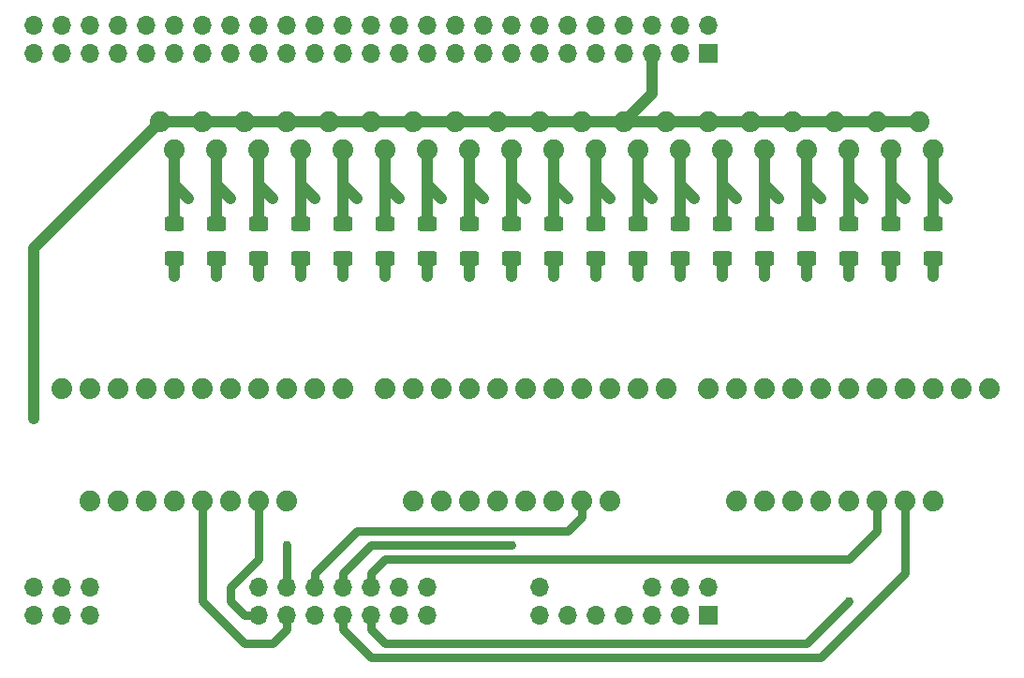
<source format=gbr>
%TF.GenerationSoftware,KiCad,Pcbnew,7.0.9*%
%TF.CreationDate,2024-01-15T11:44:11+01:00*%
%TF.ProjectId,pltka_inz,706c746b-615f-4696-9e7a-2e6b69636164,rev?*%
%TF.SameCoordinates,Original*%
%TF.FileFunction,Copper,L1,Top*%
%TF.FilePolarity,Positive*%
%FSLAX46Y46*%
G04 Gerber Fmt 4.6, Leading zero omitted, Abs format (unit mm)*
G04 Created by KiCad (PCBNEW 7.0.9) date 2024-01-15 11:44:11*
%MOMM*%
%LPD*%
G01*
G04 APERTURE LIST*
G04 Aperture macros list*
%AMRoundRect*
0 Rectangle with rounded corners*
0 $1 Rounding radius*
0 $2 $3 $4 $5 $6 $7 $8 $9 X,Y pos of 4 corners*
0 Add a 4 corners polygon primitive as box body*
4,1,4,$2,$3,$4,$5,$6,$7,$8,$9,$2,$3,0*
0 Add four circle primitives for the rounded corners*
1,1,$1+$1,$2,$3*
1,1,$1+$1,$4,$5*
1,1,$1+$1,$6,$7*
1,1,$1+$1,$8,$9*
0 Add four rect primitives between the rounded corners*
20,1,$1+$1,$2,$3,$4,$5,0*
20,1,$1+$1,$4,$5,$6,$7,0*
20,1,$1+$1,$6,$7,$8,$9,0*
20,1,$1+$1,$8,$9,$2,$3,0*%
G04 Aperture macros list end*
%TA.AperFunction,SMDPad,CuDef*%
%ADD10RoundRect,0.250000X-0.625000X0.400000X-0.625000X-0.400000X0.625000X-0.400000X0.625000X0.400000X0*%
%TD*%
%TA.AperFunction,ComponentPad*%
%ADD11C,1.879600*%
%TD*%
%TA.AperFunction,ComponentPad*%
%ADD12R,1.700000X1.700000*%
%TD*%
%TA.AperFunction,ComponentPad*%
%ADD13O,1.700000X1.700000*%
%TD*%
%TA.AperFunction,ViaPad*%
%ADD14C,0.750000*%
%TD*%
%TA.AperFunction,Conductor*%
%ADD15C,1.000000*%
%TD*%
%TA.AperFunction,Conductor*%
%ADD16C,0.800000*%
%TD*%
G04 APERTURE END LIST*
D10*
%TO.P,R1,1*%
%TO.N,11*%
X106680000Y-83996250D03*
%TO.P,R1,2*%
%TO.N,GND*%
X106680000Y-87096250D03*
%TD*%
D11*
%TO.P,M2,1,VEE*%
%TO.N,unconnected-(M2-VEE-Pad1)*%
X125730000Y-98881250D03*
%TO.P,M2,2,VCC*%
%TO.N,unconnected-(M2-VCC-Pad2)*%
X128270000Y-98881250D03*
%TO.P,M2,3,GND*%
%TO.N,unconnected-(M2-GND-Pad3)*%
X130810000Y-98881250D03*
%TO.P,M2,4,Y0*%
%TO.N,unconnected-(M2-Y0-Pad4)*%
X133350000Y-98881250D03*
%TO.P,M2,5,Y1*%
%TO.N,21*%
X135890000Y-98881250D03*
%TO.P,M2,6,Y2*%
%TO.N,22*%
X138430000Y-98881250D03*
%TO.P,M2,7,Y3*%
%TO.N,23*%
X140970000Y-98881250D03*
%TO.P,M2,8,Y4*%
%TO.N,31*%
X143510000Y-98881250D03*
%TO.P,M2,9,Y5*%
%TO.N,32*%
X146050000Y-98881250D03*
%TO.P,M2,10,Y6*%
%TO.N,33*%
X148590000Y-98881250D03*
%TO.P,M2,11,Y7*%
%TO.N,unconnected-(M2-Y7-Pad11)*%
X151130000Y-98881250D03*
%TO.P,M2,12,VEE*%
%TO.N,unconnected-(M2-VEE-Pad12)*%
X128270000Y-109041250D03*
%TO.P,M2,13,VCC*%
%TO.N,VCC*%
X130810000Y-109041250D03*
%TO.P,M2,14,GND*%
%TO.N,GND*%
X133350000Y-109041250D03*
%TO.P,M2,15,Z*%
%TO.N,PB1*%
X135890000Y-109041250D03*
%TO.P,M2,16,S0*%
%TO.N,PE10*%
X138430000Y-109041250D03*
%TO.P,M2,17,S1*%
%TO.N,PE11*%
X140970000Y-109041250D03*
%TO.P,M2,18,S2*%
%TO.N,PE12*%
X143510000Y-109041250D03*
%TO.P,M2,19,E*%
%TO.N,unconnected-(M2-E-Pad19)*%
X146050000Y-109041250D03*
%TD*%
D10*
%TO.P,R16,1*%
%TO.N,43*%
X163830000Y-83996250D03*
%TO.P,R16,2*%
%TO.N,GND*%
X163830000Y-87096250D03*
%TD*%
%TO.P,R15,1*%
%TO.N,42*%
X160020000Y-83996250D03*
%TO.P,R15,2*%
%TO.N,GND*%
X160020000Y-87096250D03*
%TD*%
%TO.P,R13,1*%
%TO.N,33*%
X152400000Y-83996250D03*
%TO.P,R13,2*%
%TO.N,GND*%
X152400000Y-87096250D03*
%TD*%
%TO.P,R18,1*%
%TO.N,52*%
X171450000Y-83996250D03*
%TO.P,R18,2*%
%TO.N,GND*%
X171450000Y-87096250D03*
%TD*%
D11*
%TO.P,M1,1,VEE*%
%TO.N,unconnected-(M1-VEE-Pad1)*%
X154940000Y-98881250D03*
%TO.P,M1,2,VCC*%
%TO.N,unconnected-(M1-VCC-Pad2)*%
X157480000Y-98881250D03*
%TO.P,M1,3,GND*%
%TO.N,unconnected-(M1-GND-Pad3)*%
X160020000Y-98881250D03*
%TO.P,M1,4,Y0*%
%TO.N,unconnected-(M1-Y0-Pad4)*%
X162560000Y-98881250D03*
%TO.P,M1,5,Y1*%
%TO.N,41*%
X165100000Y-98881250D03*
%TO.P,M1,6,Y2*%
%TO.N,42*%
X167640000Y-98881250D03*
%TO.P,M1,7,Y3*%
%TO.N,43*%
X170180000Y-98881250D03*
%TO.P,M1,8,Y4*%
%TO.N,51*%
X172720000Y-98881250D03*
%TO.P,M1,9,Y5*%
%TO.N,52*%
X175260000Y-98881250D03*
%TO.P,M1,10,Y6*%
%TO.N,53*%
X177800000Y-98881250D03*
%TO.P,M1,11,Y7*%
%TO.N,unconnected-(M1-Y7-Pad11)*%
X180340000Y-98881250D03*
%TO.P,M1,12,VEE*%
%TO.N,unconnected-(M1-VEE-Pad12)*%
X157480000Y-109041250D03*
%TO.P,M1,13,VCC*%
%TO.N,VCC*%
X160020000Y-109041250D03*
%TO.P,M1,14,GND*%
%TO.N,GND*%
X162560000Y-109041250D03*
%TO.P,M1,15,Z*%
%TO.N,PC1*%
X165100000Y-109041250D03*
%TO.P,M1,16,S0*%
%TO.N,PE7*%
X167640000Y-109041250D03*
%TO.P,M1,17,S1*%
%TO.N,PE8*%
X170180000Y-109041250D03*
%TO.P,M1,18,S2*%
%TO.N,PE9*%
X172720000Y-109041250D03*
%TO.P,M1,19,E*%
%TO.N,unconnected-(M1-E-Pad19)*%
X175260000Y-109041250D03*
%TD*%
D10*
%TO.P,R5,1*%
%TO.N,15*%
X121920000Y-83996250D03*
%TO.P,R5,2*%
%TO.N,GND*%
X121920000Y-87096250D03*
%TD*%
%TO.P,R10,1*%
%TO.N,23*%
X140970000Y-83996250D03*
%TO.P,R10,2*%
%TO.N,GND*%
X140970000Y-87096250D03*
%TD*%
%TO.P,R4,1*%
%TO.N,14*%
X118110000Y-83996250D03*
%TO.P,R4,2*%
%TO.N,GND*%
X118110000Y-87096250D03*
%TD*%
%TO.P,R6,1*%
%TO.N,16*%
X125730000Y-83996250D03*
%TO.P,R6,2*%
%TO.N,GND*%
X125730000Y-87096250D03*
%TD*%
%TO.P,R17,1*%
%TO.N,51*%
X167640000Y-83996250D03*
%TO.P,R17,2*%
%TO.N,GND*%
X167640000Y-87096250D03*
%TD*%
%TO.P,R7,1*%
%TO.N,17*%
X129540000Y-83996250D03*
%TO.P,R7,2*%
%TO.N,GND*%
X129540000Y-87096250D03*
%TD*%
%TO.P,R19,1*%
%TO.N,53*%
X175260000Y-83996250D03*
%TO.P,R19,2*%
%TO.N,GND*%
X175260000Y-87096250D03*
%TD*%
%TO.P,R11,1*%
%TO.N,31*%
X144780000Y-83996250D03*
%TO.P,R11,2*%
%TO.N,GND*%
X144780000Y-87096250D03*
%TD*%
D11*
%TO.P,J1,1,Pin_1*%
%TO.N,VCC*%
X105410000Y-74751250D03*
%TO.P,J1,2,Pin_2*%
X109220000Y-74751250D03*
%TO.P,J1,3,Pin_3*%
X113030000Y-74751250D03*
%TO.P,J1,4,Pin_4*%
X116840000Y-74751250D03*
%TO.P,J1,5,Pin_5*%
X120650000Y-74751250D03*
%TO.P,J1,6,Pin_6*%
X124460000Y-74751250D03*
%TO.P,J1,7,Pin_7*%
X128270000Y-74751250D03*
%TO.P,J1,8,Pin_8*%
X132080000Y-74751250D03*
%TO.P,J1,9,Pin_9*%
X135890000Y-74751250D03*
%TO.P,J1,10,Pin_10*%
X139700000Y-74751250D03*
%TO.P,J1,11,Pin_11*%
X143510000Y-74751250D03*
%TO.P,J1,12,Pin_12*%
X147320000Y-74751250D03*
%TO.P,J1,13,Pin_13*%
X151130000Y-74751250D03*
%TO.P,J1,14,Pin_14*%
X154940000Y-74751250D03*
%TO.P,J1,15,Pin_15*%
X158750000Y-74751250D03*
%TO.P,J1,16,Pin_16*%
X162560000Y-74751250D03*
%TO.P,J1,17,Pin_17*%
X166370000Y-74751250D03*
%TO.P,J1,18,Pin_18*%
X170180000Y-74751250D03*
%TO.P,J1,19,Pin_19*%
X173990000Y-74751250D03*
%TD*%
D12*
%TO.P,J4,1,Pin_1*%
%TO.N,unconnected-(J4-Pin_1-Pad1)*%
X154940000Y-119380000D03*
D13*
%TO.P,J4,2,Pin_2*%
%TO.N,GND*%
X154940000Y-116840000D03*
%TO.P,J4,3,Pin_3*%
%TO.N,unconnected-(J4-Pin_3-Pad3)*%
X152400000Y-119380000D03*
%TO.P,J4,4,Pin_4*%
%TO.N,unconnected-(J4-Pin_4-Pad4)*%
X152400000Y-116840000D03*
%TO.P,J4,5,Pin_5*%
%TO.N,unconnected-(J4-Pin_5-Pad5)*%
X149860000Y-119380000D03*
%TO.P,J4,6,Pin_6*%
%TO.N,unconnected-(J4-Pin_6-Pad6)*%
X149860000Y-116840000D03*
%TO.P,J4,7,Pin_7*%
%TO.N,PC1*%
X147320000Y-119380000D03*
%TO.P,J4,9,Pin_9*%
%TO.N,unconnected-(J4-Pin_9-Pad9)*%
X144780000Y-119380000D03*
%TO.P,J4,11,Pin_11*%
%TO.N,unconnected-(J4-Pin_11-Pad11)*%
X142240000Y-119380000D03*
%TO.P,J4,13,Pin_13*%
%TO.N,unconnected-(J4-Pin_13-Pad13)*%
X139700000Y-119380000D03*
%TO.P,J4,14,Pin_14*%
%TO.N,unconnected-(J4-Pin_14-Pad14)*%
X139700000Y-116840000D03*
%TO.P,J4,21,Pin_21*%
%TO.N,PB1*%
X129540000Y-119380000D03*
%TO.P,J4,22,Pin_22*%
%TO.N,PB0*%
X129540000Y-116840000D03*
%TO.P,J4,23,Pin_23*%
%TO.N,unconnected-(J4-Pin_23-Pad23)*%
X127000000Y-119380000D03*
%TO.P,J4,24,Pin_24*%
%TO.N,unconnected-(J4-Pin_24-Pad24)*%
X127000000Y-116840000D03*
%TO.P,J4,25,Pin_25*%
%TO.N,PE7*%
X124460000Y-119380000D03*
%TO.P,J4,26,Pin_26*%
%TO.N,PE8*%
X124460000Y-116840000D03*
%TO.P,J4,27,Pin_27*%
%TO.N,PE9*%
X121920000Y-119380000D03*
%TO.P,J4,28,Pin_28*%
%TO.N,PE10*%
X121920000Y-116840000D03*
%TO.P,J4,29,Pin_29*%
%TO.N,PE11*%
X119380000Y-119380000D03*
%TO.P,J4,30,Pin_30*%
%TO.N,PE12*%
X119380000Y-116840000D03*
%TO.P,J4,31,Pin_31*%
%TO.N,PE13*%
X116840000Y-119380000D03*
%TO.P,J4,32,Pin_32*%
%TO.N,PE14*%
X116840000Y-116840000D03*
%TO.P,J4,33,Pin_33*%
%TO.N,PE15*%
X114300000Y-119380000D03*
%TO.P,J4,34,Pin_34*%
%TO.N,unconnected-(J4-Pin_34-Pad34)*%
X114300000Y-116840000D03*
%TO.P,J4,45,Pin_45*%
%TO.N,unconnected-(J4-Pin_45-Pad45)*%
X99060000Y-119380000D03*
%TO.P,J4,46,Pin_46*%
%TO.N,unconnected-(J4-Pin_46-Pad46)*%
X99060000Y-116840000D03*
%TO.P,J4,47,Pin_47*%
%TO.N,unconnected-(J4-Pin_47-Pad47)*%
X96520000Y-119380000D03*
%TO.P,J4,48,Pin_48*%
%TO.N,unconnected-(J4-Pin_48-Pad48)*%
X96520000Y-116840000D03*
%TO.P,J4,49,Pin_49*%
%TO.N,unconnected-(J4-Pin_49-Pad49)*%
X93980000Y-119380000D03*
%TO.P,J4,50,Pin_50*%
%TO.N,unconnected-(J4-Pin_50-Pad50)*%
X93980000Y-116840000D03*
%TD*%
D10*
%TO.P,R2,1*%
%TO.N,12*%
X110490000Y-83996250D03*
%TO.P,R2,2*%
%TO.N,GND*%
X110490000Y-87096250D03*
%TD*%
%TO.P,R8,1*%
%TO.N,21*%
X133350000Y-83996250D03*
%TO.P,R8,2*%
%TO.N,GND*%
X133350000Y-87096250D03*
%TD*%
%TO.P,R14,1*%
%TO.N,41*%
X156210000Y-83996250D03*
%TO.P,R14,2*%
%TO.N,GND*%
X156210000Y-87096250D03*
%TD*%
D11*
%TO.P,J2,1,Pin_1*%
%TO.N,11*%
X106680000Y-77291250D03*
%TO.P,J2,2,Pin_2*%
%TO.N,12*%
X110490000Y-77291250D03*
%TO.P,J2,3,Pin_3*%
%TO.N,13*%
X114300000Y-77291250D03*
%TO.P,J2,4,Pin_4*%
%TO.N,14*%
X118110000Y-77291250D03*
%TO.P,J2,5,Pin_5*%
%TO.N,15*%
X121920000Y-77291250D03*
%TO.P,J2,6,Pin_6*%
%TO.N,16*%
X125730000Y-77291250D03*
%TO.P,J2,7,Pin_7*%
%TO.N,17*%
X129540000Y-77291250D03*
%TO.P,J2,8,Pin_8*%
%TO.N,21*%
X133350000Y-77291250D03*
%TO.P,J2,9,Pin_9*%
%TO.N,22*%
X137160000Y-77291250D03*
%TO.P,J2,10,Pin_10*%
%TO.N,23*%
X140970000Y-77291250D03*
%TO.P,J2,11,Pin_11*%
%TO.N,31*%
X144780000Y-77291250D03*
%TO.P,J2,12,Pin_12*%
%TO.N,32*%
X148590000Y-77291250D03*
%TO.P,J2,13,Pin_13*%
%TO.N,33*%
X152400000Y-77291250D03*
%TO.P,J2,14,Pin_14*%
%TO.N,41*%
X156210000Y-77291250D03*
%TO.P,J2,15,Pin_15*%
%TO.N,42*%
X160020000Y-77291250D03*
%TO.P,J2,16,Pin_16*%
%TO.N,43*%
X163830000Y-77291250D03*
%TO.P,J2,17,Pin_17*%
%TO.N,51*%
X167640000Y-77291250D03*
%TO.P,J2,18,Pin_18*%
%TO.N,52*%
X171450000Y-77291250D03*
%TO.P,J2,19,Pin_19*%
%TO.N,53*%
X175260000Y-77291250D03*
%TD*%
D10*
%TO.P,R12,1*%
%TO.N,32*%
X148590000Y-83996250D03*
%TO.P,R12,2*%
%TO.N,GND*%
X148590000Y-87096250D03*
%TD*%
D12*
%TO.P,J3,1,Pin_1*%
%TO.N,GND*%
X154940000Y-68580000D03*
D13*
%TO.P,J3,2,Pin_2*%
X154940000Y-66040000D03*
%TO.P,J3,3,Pin_3*%
%TO.N,unconnected-(J3-Pin_3-Pad3)*%
X152400000Y-68580000D03*
%TO.P,J3,4,Pin_4*%
%TO.N,unconnected-(J3-Pin_4-Pad4)*%
X152400000Y-66040000D03*
%TO.P,J3,5,Pin_5*%
%TO.N,VCC*%
X149860000Y-68580000D03*
%TO.P,J3,6,Pin_6*%
%TO.N,unconnected-(J3-Pin_6-Pad6)*%
X149860000Y-66040000D03*
%TO.P,J3,7,Pin_7*%
%TO.N,unconnected-(J3-Pin_7-Pad7)*%
X147320000Y-68580000D03*
%TO.P,J3,8,Pin_8*%
%TO.N,unconnected-(J3-Pin_8-Pad8)*%
X147320000Y-66040000D03*
%TO.P,J3,9,Pin_9*%
%TO.N,unconnected-(J3-Pin_9-Pad9)*%
X144780000Y-68580000D03*
%TO.P,J3,10,Pin_10*%
%TO.N,unconnected-(J3-Pin_10-Pad10)*%
X144780000Y-66040000D03*
%TO.P,J3,11,Pin_11*%
%TO.N,unconnected-(J3-Pin_11-Pad11)*%
X142240000Y-68580000D03*
%TO.P,J3,12,Pin_12*%
%TO.N,unconnected-(J3-Pin_12-Pad12)*%
X142240000Y-66040000D03*
%TO.P,J3,13,Pin_13*%
%TO.N,unconnected-(J3-Pin_13-Pad13)*%
X139700000Y-68580000D03*
%TO.P,J3,14,Pin_14*%
%TO.N,unconnected-(J3-Pin_14-Pad14)*%
X139700000Y-66040000D03*
%TO.P,J3,15,Pin_15*%
%TO.N,unconnected-(J3-Pin_15-Pad15)*%
X137160000Y-68580000D03*
%TO.P,J3,16,Pin_16*%
%TO.N,unconnected-(J3-Pin_16-Pad16)*%
X137160000Y-66040000D03*
%TO.P,J3,17,Pin_17*%
%TO.N,unconnected-(J3-Pin_17-Pad17)*%
X134620000Y-68580000D03*
%TO.P,J3,18,Pin_18*%
%TO.N,unconnected-(J3-Pin_18-Pad18)*%
X134620000Y-66040000D03*
%TO.P,J3,19,Pin_19*%
%TO.N,unconnected-(J3-Pin_19-Pad19)*%
X132080000Y-68580000D03*
%TO.P,J3,20,Pin_20*%
%TO.N,unconnected-(J3-Pin_20-Pad20)*%
X132080000Y-66040000D03*
%TO.P,J3,21,Pin_21*%
%TO.N,unconnected-(J3-Pin_21-Pad21)*%
X129540000Y-68580000D03*
%TO.P,J3,22,Pin_22*%
%TO.N,unconnected-(J3-Pin_22-Pad22)*%
X129540000Y-66040000D03*
%TO.P,J3,23,Pin_23*%
%TO.N,unconnected-(J3-Pin_23-Pad23)*%
X127000000Y-68580000D03*
%TO.P,J3,24,Pin_24*%
%TO.N,unconnected-(J3-Pin_24-Pad24)*%
X127000000Y-66040000D03*
%TO.P,J3,25,Pin_25*%
%TO.N,unconnected-(J3-Pin_25-Pad25)*%
X124460000Y-68580000D03*
%TO.P,J3,26,Pin_26*%
%TO.N,unconnected-(J3-Pin_26-Pad26)*%
X124460000Y-66040000D03*
%TO.P,J3,27,Pin_27*%
%TO.N,unconnected-(J3-Pin_27-Pad27)*%
X121920000Y-68580000D03*
%TO.P,J3,28,Pin_28*%
%TO.N,unconnected-(J3-Pin_28-Pad28)*%
X121920000Y-66040000D03*
%TO.P,J3,29,Pin_29*%
%TO.N,unconnected-(J3-Pin_29-Pad29)*%
X119380000Y-68580000D03*
%TO.P,J3,30,Pin_30*%
%TO.N,unconnected-(J3-Pin_30-Pad30)*%
X119380000Y-66040000D03*
%TO.P,J3,31,Pin_31*%
%TO.N,unconnected-(J3-Pin_31-Pad31)*%
X116840000Y-68580000D03*
%TO.P,J3,32,Pin_32*%
%TO.N,unconnected-(J3-Pin_32-Pad32)*%
X116840000Y-66040000D03*
%TO.P,J3,33,Pin_33*%
%TO.N,unconnected-(J3-Pin_33-Pad33)*%
X114300000Y-68580000D03*
%TO.P,J3,34,Pin_34*%
%TO.N,unconnected-(J3-Pin_34-Pad34)*%
X114300000Y-66040000D03*
%TO.P,J3,35,Pin_35*%
%TO.N,unconnected-(J3-Pin_35-Pad35)*%
X111760000Y-68580000D03*
%TO.P,J3,36,Pin_36*%
%TO.N,unconnected-(J3-Pin_36-Pad36)*%
X111760000Y-66040000D03*
%TO.P,J3,37,Pin_37*%
%TO.N,unconnected-(J3-Pin_37-Pad37)*%
X109220000Y-68580000D03*
%TO.P,J3,38,Pin_38*%
%TO.N,unconnected-(J3-Pin_38-Pad38)*%
X109220000Y-66040000D03*
%TO.P,J3,39,Pin_39*%
%TO.N,unconnected-(J3-Pin_39-Pad39)*%
X106680000Y-68580000D03*
%TO.P,J3,40,Pin_40*%
%TO.N,unconnected-(J3-Pin_40-Pad40)*%
X106680000Y-66040000D03*
%TO.P,J3,41,Pin_41*%
%TO.N,unconnected-(J3-Pin_41-Pad41)*%
X104140000Y-68580000D03*
%TO.P,J3,42,Pin_42*%
%TO.N,unconnected-(J3-Pin_42-Pad42)*%
X104140000Y-66040000D03*
%TO.P,J3,43,Pin_43*%
%TO.N,unconnected-(J3-Pin_43-Pad43)*%
X101600000Y-68580000D03*
%TO.P,J3,44,Pin_44*%
%TO.N,unconnected-(J3-Pin_44-Pad44)*%
X101600000Y-66040000D03*
%TO.P,J3,45,Pin_45*%
%TO.N,unconnected-(J3-Pin_45-Pad45)*%
X99060000Y-68580000D03*
%TO.P,J3,46,Pin_46*%
%TO.N,unconnected-(J3-Pin_46-Pad46)*%
X99060000Y-66040000D03*
%TO.P,J3,47,Pin_47*%
%TO.N,unconnected-(J3-Pin_47-Pad47)*%
X96520000Y-68580000D03*
%TO.P,J3,48,Pin_48*%
%TO.N,unconnected-(J3-Pin_48-Pad48)*%
X96520000Y-66040000D03*
%TO.P,J3,49,Pin_49*%
%TO.N,unconnected-(J3-Pin_49-Pad49)*%
X93980000Y-68580000D03*
%TO.P,J3,50,Pin_50*%
%TO.N,unconnected-(J3-Pin_50-Pad50)*%
X93980000Y-66040000D03*
%TD*%
D11*
%TO.P,M3,1,VEE*%
%TO.N,unconnected-(M3-VEE-Pad1)*%
X96520000Y-98881250D03*
%TO.P,M3,2,VCC*%
%TO.N,unconnected-(M3-VCC-Pad2)*%
X99060000Y-98881250D03*
%TO.P,M3,3,GND*%
%TO.N,unconnected-(M3-GND-Pad3)*%
X101600000Y-98881250D03*
%TO.P,M3,4,Y0*%
%TO.N,unconnected-(M3-Y0-Pad4)*%
X104140000Y-98881250D03*
%TO.P,M3,5,Y1*%
%TO.N,11*%
X106680000Y-98881250D03*
%TO.P,M3,6,Y2*%
%TO.N,12*%
X109220000Y-98881250D03*
%TO.P,M3,7,Y3*%
%TO.N,13*%
X111760000Y-98881250D03*
%TO.P,M3,8,Y4*%
%TO.N,14*%
X114300000Y-98881250D03*
%TO.P,M3,9,Y5*%
%TO.N,15*%
X116840000Y-98881250D03*
%TO.P,M3,10,Y6*%
%TO.N,16*%
X119380000Y-98881250D03*
%TO.P,M3,11,Y7*%
%TO.N,17*%
X121920000Y-98881250D03*
%TO.P,M3,12,VEE*%
%TO.N,unconnected-(M3-VEE-Pad12)*%
X99060000Y-109041250D03*
%TO.P,M3,13,VCC*%
%TO.N,VCC*%
X101600000Y-109041250D03*
%TO.P,M3,14,GND*%
%TO.N,GND*%
X104140000Y-109041250D03*
%TO.P,M3,15,Z*%
%TO.N,PB0*%
X106680000Y-109041250D03*
%TO.P,M3,16,S0*%
%TO.N,PE13*%
X109220000Y-109041250D03*
%TO.P,M3,17,S1*%
%TO.N,PE14*%
X111760000Y-109041250D03*
%TO.P,M3,18,S2*%
%TO.N,PE15*%
X114300000Y-109041250D03*
%TO.P,M3,19,E*%
%TO.N,unconnected-(M3-E-Pad19)*%
X116840000Y-109041250D03*
%TD*%
D10*
%TO.P,R9,1*%
%TO.N,22*%
X137160000Y-83996250D03*
%TO.P,R9,2*%
%TO.N,GND*%
X137160000Y-87096250D03*
%TD*%
%TO.P,R3,1*%
%TO.N,13*%
X114300000Y-83996250D03*
%TO.P,R3,2*%
%TO.N,GND*%
X114300000Y-87096250D03*
%TD*%
D14*
%TO.N,VCC*%
X93980000Y-101600000D03*
%TO.N,GND*%
X129540000Y-88721250D03*
X160020000Y-88721250D03*
X163830000Y-88721250D03*
X156210000Y-88721250D03*
X133350000Y-88721250D03*
X175260000Y-88721250D03*
X114300000Y-88721250D03*
X121920000Y-88721250D03*
X167640000Y-88721250D03*
X144780000Y-88721250D03*
X140970000Y-88721250D03*
X125730000Y-88721250D03*
X148590000Y-88721250D03*
X137160000Y-88721250D03*
X171450000Y-88721250D03*
X118110000Y-88721250D03*
X152400000Y-88721250D03*
X110490000Y-88721250D03*
X106680000Y-88721250D03*
%TO.N,11*%
X107950000Y-81736250D03*
%TO.N,12*%
X111760000Y-81736250D03*
%TO.N,13*%
X115570000Y-81736250D03*
%TO.N,14*%
X119380000Y-81736250D03*
%TO.N,15*%
X123190000Y-81736250D03*
%TO.N,16*%
X127000000Y-81736250D03*
%TO.N,17*%
X130810000Y-81736250D03*
%TO.N,21*%
X134620000Y-81736250D03*
%TO.N,22*%
X138430000Y-81736250D03*
%TO.N,23*%
X142240000Y-81736250D03*
%TO.N,31*%
X146050000Y-81736250D03*
%TO.N,32*%
X149860000Y-81736250D03*
%TO.N,33*%
X153670000Y-81736250D03*
%TO.N,41*%
X157480000Y-81736250D03*
%TO.N,42*%
X161290000Y-81736250D03*
%TO.N,43*%
X165100000Y-81736250D03*
%TO.N,51*%
X168910000Y-81736250D03*
%TO.N,52*%
X172720000Y-81736250D03*
%TO.N,53*%
X176530000Y-81736250D03*
%TO.N,PE7*%
X167640000Y-118110000D03*
%TO.N,PE10*%
X137160000Y-113030000D03*
%TO.N,PE14*%
X116840000Y-113030000D03*
%TD*%
D15*
%TO.N,VCC*%
X151130000Y-74751250D02*
X173990000Y-74751250D01*
X149860000Y-68580000D02*
X149860000Y-72211250D01*
X105410000Y-74751250D02*
X93980000Y-86181250D01*
X93980000Y-101600000D02*
X93980000Y-86181250D01*
X149860000Y-72211250D02*
X147320000Y-74751250D01*
X151130000Y-74751250D02*
X105410000Y-74751250D01*
%TO.N,GND*%
X163830000Y-88721250D02*
X163830000Y-87096250D01*
X133350000Y-88721250D02*
X133350000Y-87096250D01*
X137160000Y-88721250D02*
X137160000Y-87096250D01*
X167640000Y-88721250D02*
X167640000Y-87096250D01*
X148590000Y-88721250D02*
X148590000Y-87096250D01*
X125730000Y-88721250D02*
X125730000Y-87096250D01*
X152400000Y-88721250D02*
X152400000Y-87096250D01*
X114300000Y-88721250D02*
X114300000Y-87096250D01*
X140970000Y-88721250D02*
X140970000Y-87096250D01*
X175260000Y-88721250D02*
X175260000Y-87096250D01*
X106680000Y-88721250D02*
X106680000Y-87096250D01*
X121920000Y-88721250D02*
X121920000Y-87096250D01*
X171450000Y-88721250D02*
X171450000Y-87096250D01*
X129540000Y-88721250D02*
X129540000Y-87096250D01*
X118110000Y-88721250D02*
X118110000Y-87096250D01*
X156210000Y-88721250D02*
X156210000Y-87096250D01*
X110490000Y-88721250D02*
X110490000Y-87096250D01*
X144780000Y-88721250D02*
X144780000Y-87096250D01*
X160020000Y-88721250D02*
X160020000Y-87096250D01*
%TO.N,11*%
X106680000Y-80466250D02*
X107950000Y-81736250D01*
X106680000Y-80466250D02*
X106680000Y-83996250D01*
X106680000Y-77291250D02*
X106680000Y-80466250D01*
%TO.N,12*%
X110490000Y-80466250D02*
X111760000Y-81736250D01*
X110490000Y-80466250D02*
X110490000Y-83996250D01*
X110490000Y-77291250D02*
X110490000Y-80466250D01*
%TO.N,13*%
X114300000Y-77291250D02*
X114300000Y-80466250D01*
X114300000Y-80466250D02*
X115570000Y-81736250D01*
X114300000Y-80466250D02*
X114300000Y-83996250D01*
%TO.N,14*%
X118110000Y-80466250D02*
X118110000Y-83996250D01*
X118110000Y-77291250D02*
X118110000Y-80466250D01*
X118110000Y-80466250D02*
X119380000Y-81736250D01*
%TO.N,15*%
X121920000Y-80466250D02*
X123190000Y-81736250D01*
X121920000Y-80466250D02*
X121920000Y-83996250D01*
X121920000Y-77291250D02*
X121920000Y-80466250D01*
%TO.N,16*%
X125730000Y-80466250D02*
X125730000Y-83996250D01*
X125730000Y-80466250D02*
X127000000Y-81736250D01*
X125730000Y-77291250D02*
X125730000Y-80466250D01*
%TO.N,17*%
X129540000Y-77291250D02*
X129540000Y-80466250D01*
X129540000Y-80466250D02*
X129540000Y-83996250D01*
X129540000Y-80466250D02*
X130810000Y-81736250D01*
%TO.N,21*%
X133350000Y-77291250D02*
X133350000Y-80466250D01*
X133350000Y-80466250D02*
X134620000Y-81736250D01*
X133350000Y-80466250D02*
X133350000Y-83996250D01*
%TO.N,22*%
X137160000Y-80466250D02*
X138430000Y-81736250D01*
X137160000Y-77291250D02*
X137160000Y-80466250D01*
X137160000Y-80466250D02*
X137160000Y-83996250D01*
%TO.N,23*%
X140970000Y-80466250D02*
X140970000Y-83996250D01*
X140970000Y-77291250D02*
X140970000Y-80466250D01*
X140970000Y-80466250D02*
X142240000Y-81736250D01*
%TO.N,31*%
X144780000Y-80466250D02*
X146050000Y-81736250D01*
X144780000Y-80466250D02*
X144780000Y-83996250D01*
X144780000Y-77291250D02*
X144780000Y-80466250D01*
%TO.N,32*%
X148590000Y-80466250D02*
X149860000Y-81736250D01*
X148590000Y-77291250D02*
X148590000Y-80466250D01*
X148590000Y-80466250D02*
X148590000Y-83996250D01*
%TO.N,33*%
X152400000Y-80466250D02*
X153670000Y-81736250D01*
X152400000Y-80466250D02*
X152400000Y-83996250D01*
X152400000Y-77291250D02*
X152400000Y-80466250D01*
%TO.N,41*%
X156210000Y-80466250D02*
X157480000Y-81736250D01*
X156210000Y-80466250D02*
X156210000Y-83996250D01*
X156210000Y-77291250D02*
X156210000Y-80466250D01*
%TO.N,42*%
X160020000Y-77291250D02*
X160020000Y-80466250D01*
X160020000Y-80466250D02*
X161290000Y-81736250D01*
X160020000Y-80466250D02*
X160020000Y-83996250D01*
%TO.N,43*%
X163830000Y-80466250D02*
X165100000Y-81736250D01*
X163830000Y-80466250D02*
X163830000Y-83996250D01*
X163830000Y-77291250D02*
X163830000Y-80466250D01*
%TO.N,51*%
X167640000Y-80466250D02*
X167640000Y-83996250D01*
X167640000Y-80466250D02*
X168910000Y-81736250D01*
X167640000Y-77291250D02*
X167640000Y-80466250D01*
%TO.N,52*%
X171450000Y-80466250D02*
X171450000Y-83996250D01*
X171450000Y-80466250D02*
X172720000Y-81736250D01*
X171450000Y-77291250D02*
X171450000Y-80466250D01*
%TO.N,53*%
X175260000Y-77291250D02*
X175260000Y-80466250D01*
X175260000Y-80466250D02*
X176530000Y-81736250D01*
X175260000Y-80466250D02*
X175260000Y-83996250D01*
D16*
%TO.N,PE7*%
X124460000Y-119380000D02*
X124460000Y-120650000D01*
X125730000Y-121920000D02*
X163830000Y-121920000D01*
X124460000Y-120650000D02*
X125730000Y-121920000D01*
X163830000Y-121920000D02*
X167640000Y-118110000D01*
%TO.N,PE8*%
X125730000Y-114300000D02*
X167640000Y-114300000D01*
X124460000Y-115570000D02*
X125730000Y-114300000D01*
X124460000Y-116840000D02*
X124460000Y-115570000D01*
X167640000Y-114300000D02*
X170180000Y-111760000D01*
X170180000Y-111760000D02*
X170180000Y-109041250D01*
%TO.N,PE9*%
X121920000Y-119380000D02*
X121920000Y-120650000D01*
X165100000Y-123190000D02*
X172720000Y-115570000D01*
X121920000Y-120650000D02*
X124460000Y-123190000D01*
X124460000Y-123190000D02*
X165100000Y-123190000D01*
X172720000Y-115570000D02*
X172720000Y-109041250D01*
%TO.N,PE10*%
X121920000Y-116840000D02*
X121920000Y-115570000D01*
X124460000Y-113030000D02*
X137160000Y-113030000D01*
X121920000Y-115570000D02*
X124460000Y-113030000D01*
%TO.N,PE12*%
X123190000Y-111760000D02*
X142240000Y-111760000D01*
X143510000Y-110490000D02*
X143510000Y-109041250D01*
X142240000Y-111760000D02*
X143510000Y-110490000D01*
X119380000Y-115570000D02*
X123190000Y-111760000D01*
X119380000Y-116840000D02*
X119380000Y-115570000D01*
%TO.N,PE13*%
X115570000Y-121920000D02*
X113030000Y-121920000D01*
X113030000Y-121920000D02*
X109220000Y-118110000D01*
X116840000Y-120650000D02*
X115570000Y-121920000D01*
X109220000Y-118110000D02*
X109220000Y-109041250D01*
X116840000Y-119380000D02*
X116840000Y-120650000D01*
%TO.N,PE14*%
X116840000Y-116840000D02*
X116840000Y-113030000D01*
%TO.N,PE15*%
X111760000Y-116840000D02*
X114300000Y-114300000D01*
X111760000Y-118110000D02*
X111760000Y-116840000D01*
X113030000Y-119380000D02*
X111760000Y-118110000D01*
X114300000Y-119380000D02*
X113030000Y-119380000D01*
X114300000Y-114300000D02*
X114300000Y-109041250D01*
%TD*%
M02*

</source>
